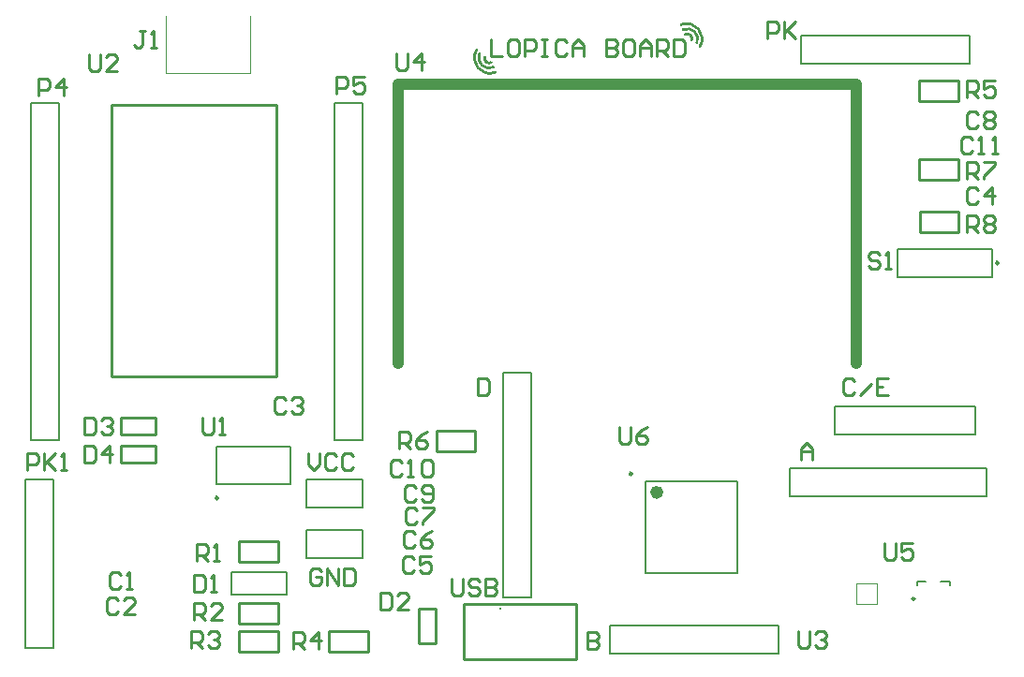
<source format=gto>
%FSLAX44Y44*%
%MOMM*%
G71*
G01*
G75*
G04 Layer_Color=65535*
%ADD10C,0.3810*%
%ADD11C,0.2540*%
%ADD12C,0.6350*%
%ADD13R,1.2700X4.2000*%
%ADD14R,1.3500X4.7000*%
%ADD15R,2.1000X1.6000*%
%ADD16R,0.4000X1.3500*%
%ADD17R,1.9000X1.9000*%
%ADD18R,1.8000X1.9000*%
%ADD19R,0.9000X1.9000*%
%ADD20R,3.2000X1.9000*%
%ADD21R,1.5240X1.0160*%
%ADD22R,1.0160X1.5240*%
%ADD23R,1.1000X1.0000*%
%ADD24R,0.9100X1.2200*%
%ADD25R,0.8000X0.8000*%
%ADD26R,0.8000X0.8000*%
%ADD27R,1.0000X1.3500*%
%ADD28R,0.3700X0.4300*%
%ADD29R,0.3700X0.3000*%
%ADD30R,0.6000X1.6000*%
%ADD31O,1.9000X0.5500*%
%ADD32O,0.5500X1.9000*%
%ADD33C,1.5000*%
%ADD34R,1.5000X1.5000*%
%ADD35R,1.8500X1.8500*%
%ADD36C,1.8500*%
%ADD37R,1.5000X1.5000*%
%ADD38R,1.0000X1.5240*%
%ADD39C,1.7780*%
%ADD40C,1.2700*%
%ADD41C,0.2500*%
%ADD42C,0.6000*%
%ADD43C,0.2500*%
%ADD44R,0.1000X0.1000*%
%ADD45C,0.0500*%
%ADD46C,0.2000*%
%ADD47C,1.0000*%
D11*
X422701Y546795D02*
G03*
X428418Y541948I3935J-1154D01*
G01*
X417889Y549773D02*
G03*
X430289Y537752I8611J-3523D01*
G01*
X415275Y553195D02*
G03*
X432095Y533222I11725J-7195D01*
G01*
X616975Y556305D02*
G03*
X600155Y576278I-11725J7195D01*
G01*
X614361Y559727D02*
G03*
X601961Y571748I-8611J3523D01*
G01*
X609549Y562705D02*
G03*
X603832Y567552I-3935J1154D01*
G01*
X404060Y52740D02*
X505060D01*
Y2240D02*
Y52740D01*
X404060Y2240D02*
X505060D01*
X404060D02*
Y52740D01*
X85320Y258060D02*
X234720D01*
Y503960D01*
X85320D02*
X234720D01*
X85320Y258060D02*
Y503960D01*
X363340Y48140D02*
X378340D01*
X363340Y16890D02*
Y48140D01*
Y16890D02*
X378340D01*
Y48140D01*
X94100Y205860D02*
Y220860D01*
Y205860D02*
X125350D01*
Y220860D01*
X94100D02*
X125350D01*
X94100Y180460D02*
Y195460D01*
Y180460D02*
X125350D01*
Y195460D01*
X94100D02*
X125350D01*
X200700Y109180D02*
X235700D01*
X200700Y90680D02*
Y109180D01*
Y90680D02*
X235700D01*
X200700D02*
Y109180D01*
X235700Y90680D02*
Y109180D01*
X200700Y53300D02*
X235700D01*
X200700Y34800D02*
Y53300D01*
Y34800D02*
X235700D01*
X200700D02*
Y53300D01*
X235700Y34800D02*
Y53300D01*
X200700Y27900D02*
X235700D01*
X200700Y9400D02*
Y27900D01*
Y9400D02*
X235700D01*
X200700D02*
Y27900D01*
X235700Y9400D02*
Y27900D01*
X281980D02*
X316980D01*
X281980Y9400D02*
Y27900D01*
Y9400D02*
X316980D01*
X281980D02*
Y27900D01*
X316980Y9400D02*
Y27900D01*
X815380Y525740D02*
X850380D01*
X815380Y507240D02*
Y525740D01*
Y507240D02*
X850380D01*
X815380D02*
Y525740D01*
X850380Y507240D02*
Y525740D01*
X378980Y190540D02*
X413980D01*
Y209040D01*
X378980D02*
X413980D01*
Y190540D02*
Y209040D01*
X378980Y190540D02*
Y209040D01*
X815380Y454620D02*
X850380D01*
X815380Y436120D02*
Y454620D01*
Y436120D02*
X850380D01*
X815380D02*
Y454620D01*
X850380Y436120D02*
Y454620D01*
X815860Y388660D02*
X850860D01*
Y407160D01*
X815860D02*
X850860D01*
Y388660D02*
Y407160D01*
X815860Y388660D02*
Y407160D01*
X115657Y570235D02*
X110578D01*
X113118D01*
Y557539D01*
X110578Y555000D01*
X108039D01*
X105500Y557539D01*
X120735Y555000D02*
X125813D01*
X123274D01*
Y570235D01*
X120735Y567696D01*
X416560Y256535D02*
Y241300D01*
X424178D01*
X426717Y243839D01*
Y253996D01*
X424178Y256535D01*
X416560D01*
X515500Y26985D02*
Y11750D01*
X523117D01*
X525657Y14289D01*
Y16828D01*
X523117Y19368D01*
X515500D01*
X523117D01*
X525657Y21907D01*
Y24446D01*
X523117Y26985D01*
X515500D01*
X342392Y550159D02*
Y537463D01*
X344931Y534924D01*
X350009D01*
X352549Y537463D01*
Y550159D01*
X365245Y534924D02*
Y550159D01*
X357627Y542542D01*
X367784D01*
X65151Y549524D02*
Y536828D01*
X67690Y534289D01*
X72769D01*
X75308Y536828D01*
Y549524D01*
X90543Y534289D02*
X80386D01*
X90543Y544446D01*
Y546985D01*
X88004Y549524D01*
X82925D01*
X80386Y546985D01*
X93977Y78736D02*
X91438Y81275D01*
X86359D01*
X83820Y78736D01*
Y68579D01*
X86359Y66040D01*
X91438D01*
X93977Y68579D01*
X99055Y66040D02*
X104133D01*
X101594D01*
Y81275D01*
X99055Y78736D01*
X91437Y55876D02*
X88897Y58415D01*
X83819D01*
X81280Y55876D01*
Y45719D01*
X83819Y43180D01*
X88897D01*
X91437Y45719D01*
X106672Y43180D02*
X96515D01*
X106672Y53337D01*
Y55876D01*
X104133Y58415D01*
X99054D01*
X96515Y55876D01*
X868677Y426716D02*
X866137Y429255D01*
X861059D01*
X858520Y426716D01*
Y416559D01*
X861059Y414020D01*
X866137D01*
X868677Y416559D01*
X881373Y414020D02*
Y429255D01*
X873755Y421637D01*
X883912D01*
X359157Y93196D02*
X356618Y95735D01*
X351539D01*
X349000Y93196D01*
Y83039D01*
X351539Y80500D01*
X356618D01*
X359157Y83039D01*
X374392Y95735D02*
X364235D01*
Y88118D01*
X369313Y90657D01*
X371853D01*
X374392Y88118D01*
Y83039D01*
X371853Y80500D01*
X366774D01*
X364235Y83039D01*
X359907Y115696D02*
X357368Y118235D01*
X352289D01*
X349750Y115696D01*
Y105539D01*
X352289Y103000D01*
X357368D01*
X359907Y105539D01*
X375142Y118235D02*
X370063Y115696D01*
X364985Y110618D01*
Y105539D01*
X367524Y103000D01*
X372603D01*
X375142Y105539D01*
Y108078D01*
X372603Y110618D01*
X364985D01*
X361157Y136696D02*
X358618Y139235D01*
X353539D01*
X351000Y136696D01*
Y126539D01*
X353539Y124000D01*
X358618D01*
X361157Y126539D01*
X366235Y139235D02*
X376392D01*
Y136696D01*
X366235Y126539D01*
Y124000D01*
X868677Y495296D02*
X866137Y497835D01*
X861059D01*
X858520Y495296D01*
Y485139D01*
X861059Y482600D01*
X866137D01*
X868677Y485139D01*
X873755Y495296D02*
X876294Y497835D01*
X881373D01*
X883912Y495296D01*
Y492757D01*
X881373Y490218D01*
X883912Y487678D01*
Y485139D01*
X881373Y482600D01*
X876294D01*
X873755Y485139D01*
Y487678D01*
X876294Y490218D01*
X873755Y492757D01*
Y495296D01*
X876294Y490218D02*
X881373D01*
X360677Y157476D02*
X358138Y160015D01*
X353059D01*
X350520Y157476D01*
Y147319D01*
X353059Y144780D01*
X358138D01*
X360677Y147319D01*
X365755D02*
X368294Y144780D01*
X373373D01*
X375912Y147319D01*
Y157476D01*
X373373Y160015D01*
X368294D01*
X365755Y157476D01*
Y154937D01*
X368294Y152397D01*
X375912D01*
X347977Y180336D02*
X345438Y182875D01*
X340359D01*
X337820Y180336D01*
Y170179D01*
X340359Y167640D01*
X345438D01*
X347977Y170179D01*
X353055Y167640D02*
X358133D01*
X355594D01*
Y182875D01*
X353055Y180336D01*
X365751D02*
X368290Y182875D01*
X373368D01*
X375908Y180336D01*
Y170179D01*
X373368Y167640D01*
X368290D01*
X365751Y170179D01*
Y180336D01*
X863597Y472436D02*
X861058Y474975D01*
X855979D01*
X853440Y472436D01*
Y462279D01*
X855979Y459740D01*
X861058D01*
X863597Y462279D01*
X868675Y459740D02*
X873753D01*
X871214D01*
Y474975D01*
X868675Y472436D01*
X881371Y459740D02*
X886449D01*
X883910D01*
Y474975D01*
X881371Y472436D01*
X160020Y78735D02*
Y63500D01*
X167638D01*
X170177Y66039D01*
Y76196D01*
X167638Y78735D01*
X160020D01*
X175255Y63500D02*
X180333D01*
X177794D01*
Y78735D01*
X175255Y76196D01*
X328250Y62735D02*
Y47500D01*
X335868D01*
X338407Y50039D01*
Y60196D01*
X335868Y62735D01*
X328250D01*
X353642Y47500D02*
X343485D01*
X353642Y57657D01*
Y60196D01*
X351103Y62735D01*
X346024D01*
X343485Y60196D01*
X60960Y220975D02*
Y205740D01*
X68577D01*
X71117Y208279D01*
Y218436D01*
X68577Y220975D01*
X60960D01*
X76195Y218436D02*
X78734Y220975D01*
X83813D01*
X86352Y218436D01*
Y215897D01*
X83813Y213358D01*
X81273D01*
X83813D01*
X86352Y210818D01*
Y208279D01*
X83813Y205740D01*
X78734D01*
X76195Y208279D01*
X60960Y195575D02*
Y180340D01*
X68577D01*
X71117Y182879D01*
Y193036D01*
X68577Y195575D01*
X60960D01*
X83813Y180340D02*
Y195575D01*
X76195Y187957D01*
X86352D01*
X9144Y173736D02*
Y188971D01*
X16761D01*
X19301Y186432D01*
Y181353D01*
X16761Y178814D01*
X9144D01*
X24379Y188971D02*
Y173736D01*
Y178814D01*
X34536Y188971D01*
X26918Y181353D01*
X34536Y173736D01*
X39614D02*
X44693D01*
X42153D01*
Y188971D01*
X39614Y186432D01*
X708660Y182880D02*
Y193037D01*
X713738Y198115D01*
X718817Y193037D01*
Y182880D01*
Y190497D01*
X708660D01*
X19580Y512500D02*
Y527735D01*
X27197D01*
X29737Y525196D01*
Y520117D01*
X27197Y517578D01*
X19580D01*
X42433Y512500D02*
Y527735D01*
X34815Y520117D01*
X44972D01*
X288544Y514096D02*
Y529331D01*
X296161D01*
X298701Y526792D01*
Y521713D01*
X296161Y519174D01*
X288544D01*
X313936Y529331D02*
X303779D01*
Y521713D01*
X308857Y524253D01*
X311397D01*
X313936Y521713D01*
Y516635D01*
X311397Y514096D01*
X306318D01*
X303779Y516635D01*
X756917Y253996D02*
X754378Y256535D01*
X749299D01*
X746760Y253996D01*
Y243839D01*
X749299Y241300D01*
X754378D01*
X756917Y243839D01*
X761995Y241300D02*
X772152Y251457D01*
X787387Y256535D02*
X777230D01*
Y241300D01*
X787387D01*
X777230Y248918D02*
X782309D01*
X392750Y75235D02*
Y62539D01*
X395289Y60000D01*
X400368D01*
X402907Y62539D01*
Y75235D01*
X418142Y72696D02*
X415603Y75235D01*
X410524D01*
X407985Y72696D01*
Y70157D01*
X410524Y67618D01*
X415603D01*
X418142Y65078D01*
Y62539D01*
X415603Y60000D01*
X410524D01*
X407985Y62539D01*
X423220Y75235D02*
Y60000D01*
X430838D01*
X433377Y62539D01*
Y65078D01*
X430838Y67618D01*
X423220D01*
X430838D01*
X433377Y70157D01*
Y72696D01*
X430838Y75235D01*
X423220D01*
X678180Y563880D02*
Y579115D01*
X685798D01*
X688337Y576576D01*
Y571497D01*
X685798Y568958D01*
X678180D01*
X693415Y579115D02*
Y563880D01*
Y568958D01*
X703572Y579115D01*
X695954Y571497D01*
X703572Y563880D01*
X162560Y91440D02*
Y106675D01*
X170177D01*
X172717Y104136D01*
Y99058D01*
X170177Y96518D01*
X162560D01*
X167638D02*
X172717Y91440D01*
X177795D02*
X182873D01*
X180334D01*
Y106675D01*
X177795Y104136D01*
X160020Y38100D02*
Y53335D01*
X167638D01*
X170177Y50796D01*
Y45718D01*
X167638Y43178D01*
X160020D01*
X165098D02*
X170177Y38100D01*
X185412D02*
X175255D01*
X185412Y48257D01*
Y50796D01*
X182873Y53335D01*
X177794D01*
X175255Y50796D01*
X157480Y12700D02*
Y27935D01*
X165098D01*
X167637Y25396D01*
Y20317D01*
X165098Y17778D01*
X157480D01*
X162558D02*
X167637Y12700D01*
X172715Y25396D02*
X175254Y27935D01*
X180333D01*
X182872Y25396D01*
Y22857D01*
X180333Y20317D01*
X177793D01*
X180333D01*
X182872Y17778D01*
Y15239D01*
X180333Y12700D01*
X175254D01*
X172715Y15239D01*
X249500Y11750D02*
Y26985D01*
X257118D01*
X259657Y24446D01*
Y19368D01*
X257118Y16828D01*
X249500D01*
X254578D02*
X259657Y11750D01*
X272353D02*
Y26985D01*
X264735Y19368D01*
X274892D01*
X858520Y510540D02*
Y525775D01*
X866137D01*
X868677Y523236D01*
Y518158D01*
X866137Y515618D01*
X858520D01*
X863598D02*
X868677Y510540D01*
X883912Y525775D02*
X873755D01*
Y518158D01*
X878833Y520697D01*
X881373D01*
X883912Y518158D01*
Y513079D01*
X881373Y510540D01*
X876294D01*
X873755Y513079D01*
X345440Y193040D02*
Y208275D01*
X353058D01*
X355597Y205736D01*
Y200658D01*
X353058Y198118D01*
X345440D01*
X350518D02*
X355597Y193040D01*
X370832Y208275D02*
X365753Y205736D01*
X360675Y200658D01*
Y195579D01*
X363214Y193040D01*
X368293D01*
X370832Y195579D01*
Y198118D01*
X368293Y200658D01*
X360675D01*
X858520Y436880D02*
Y452115D01*
X866137D01*
X868677Y449576D01*
Y444497D01*
X866137Y441958D01*
X858520D01*
X863598D02*
X868677Y436880D01*
X873755Y452115D02*
X883912D01*
Y449576D01*
X873755Y439419D01*
Y436880D01*
X858520Y388620D02*
Y403855D01*
X866137D01*
X868677Y401316D01*
Y396237D01*
X866137Y393698D01*
X858520D01*
X863598D02*
X868677Y388620D01*
X873755Y401316D02*
X876294Y403855D01*
X881373D01*
X883912Y401316D01*
Y398777D01*
X881373Y396237D01*
X883912Y393698D01*
Y391159D01*
X881373Y388620D01*
X876294D01*
X873755Y391159D01*
Y393698D01*
X876294Y396237D01*
X873755Y398777D01*
Y401316D01*
X876294Y396237D02*
X881373D01*
X779777Y368296D02*
X777237Y370835D01*
X772159D01*
X769620Y368296D01*
Y365757D01*
X772159Y363218D01*
X777237D01*
X779777Y360678D01*
Y358139D01*
X777237Y355600D01*
X772159D01*
X769620Y358139D01*
X784855Y355600D02*
X789933D01*
X787394D01*
Y370835D01*
X784855Y368296D01*
X167640Y220975D02*
Y208279D01*
X170179Y205740D01*
X175257D01*
X177797Y208279D01*
Y220975D01*
X182875Y205740D02*
X187953D01*
X185414D01*
Y220975D01*
X182875Y218436D01*
X706000Y27735D02*
Y15039D01*
X708539Y12500D01*
X713617D01*
X716157Y15039D01*
Y27735D01*
X721235Y25196D02*
X723774Y27735D01*
X728853D01*
X731392Y25196D01*
Y22657D01*
X728853Y20117D01*
X726313D01*
X728853D01*
X731392Y17578D01*
Y15039D01*
X728853Y12500D01*
X723774D01*
X721235Y15039D01*
X783500Y107735D02*
Y95039D01*
X786039Y92500D01*
X791117D01*
X793657Y95039D01*
Y107735D01*
X808892D02*
X798735D01*
Y100118D01*
X803813Y102657D01*
X806353D01*
X808892Y100118D01*
Y95039D01*
X806353Y92500D01*
X801274D01*
X798735Y95039D01*
X544576Y212339D02*
Y199643D01*
X547115Y197104D01*
X552193D01*
X554733Y199643D01*
Y212339D01*
X569968D02*
X564889Y209800D01*
X559811Y204722D01*
Y199643D01*
X562350Y197104D01*
X567429D01*
X569968Y199643D01*
Y202182D01*
X567429Y204722D01*
X559811D01*
X242567Y237232D02*
X240028Y239771D01*
X234949D01*
X232410Y237232D01*
Y227075D01*
X234949Y224536D01*
X240028D01*
X242567Y227075D01*
X247645Y237232D02*
X250184Y239771D01*
X255263D01*
X257802Y237232D01*
Y234693D01*
X255263Y232153D01*
X252723D01*
X255263D01*
X257802Y229614D01*
Y227075D01*
X255263Y224536D01*
X250184D01*
X247645Y227075D01*
X263144Y188971D02*
Y178814D01*
X268222Y173736D01*
X273301Y178814D01*
Y188971D01*
X288536Y186432D02*
X285997Y188971D01*
X280918D01*
X278379Y186432D01*
Y176275D01*
X280918Y173736D01*
X285997D01*
X288536Y176275D01*
X303771Y186432D02*
X301232Y188971D01*
X296153D01*
X293614Y186432D01*
Y176275D01*
X296153Y173736D01*
X301232D01*
X303771Y176275D01*
X275079Y81784D02*
X272540Y84323D01*
X267461D01*
X264922Y81784D01*
Y71627D01*
X267461Y69088D01*
X272540D01*
X275079Y71627D01*
Y76705D01*
X270000D01*
X280157Y69088D02*
Y84323D01*
X290314Y69088D01*
Y84323D01*
X295392D02*
Y69088D01*
X303010D01*
X305549Y71627D01*
Y81784D01*
X303010Y84323D01*
X295392D01*
X428250Y562985D02*
Y547750D01*
X438407D01*
X451103Y562985D02*
X446024D01*
X443485Y560446D01*
Y550289D01*
X446024Y547750D01*
X451103D01*
X453642Y550289D01*
Y560446D01*
X451103Y562985D01*
X458720Y547750D02*
Y562985D01*
X466338D01*
X468877Y560446D01*
Y555368D01*
X466338Y552828D01*
X458720D01*
X473955Y562985D02*
X479034D01*
X476494D01*
Y547750D01*
X473955D01*
X479034D01*
X496808Y560446D02*
X494269Y562985D01*
X489190D01*
X486651Y560446D01*
Y550289D01*
X489190Y547750D01*
X494269D01*
X496808Y550289D01*
X501886Y547750D02*
Y557907D01*
X506964Y562985D01*
X512043Y557907D01*
Y547750D01*
Y555368D01*
X501886D01*
X532356Y562985D02*
Y547750D01*
X539974D01*
X542513Y550289D01*
Y552828D01*
X539974Y555368D01*
X532356D01*
X539974D01*
X542513Y557907D01*
Y560446D01*
X539974Y562985D01*
X532356D01*
X555209D02*
X550131D01*
X547591Y560446D01*
Y550289D01*
X550131Y547750D01*
X555209D01*
X557748Y550289D01*
Y560446D01*
X555209Y562985D01*
X562826Y547750D02*
Y557907D01*
X567905Y562985D01*
X572983Y557907D01*
Y547750D01*
Y555368D01*
X562826D01*
X578062Y547750D02*
Y562985D01*
X585679D01*
X588218Y560446D01*
Y555368D01*
X585679Y552828D01*
X578062D01*
X583140D02*
X588218Y547750D01*
X593297Y562985D02*
Y547750D01*
X600914D01*
X603453Y550289D01*
Y560446D01*
X600914Y562985D01*
X593297D01*
D41*
X181610Y148300D02*
G03*
X181610Y148300I-1250J0D01*
G01*
X887060Y360690D02*
G03*
X887060Y360690I-1250J0D01*
G01*
X811290Y57040D02*
G03*
X811290Y57040I-1250J0D01*
G01*
X555850Y170170D02*
G03*
X555850Y170170I-1250J0D01*
G01*
D42*
X581100Y153420D02*
G03*
X581100Y153420I-3000J0D01*
G01*
D43*
X437060Y48490D02*
D03*
D44*
X766250Y64130D02*
D03*
X769000D02*
D03*
D45*
X134653Y532550D02*
Y583800D01*
Y532550D02*
X210903D01*
Y583800D01*
X758250Y52130D02*
Y70880D01*
X777000D01*
Y52130D02*
Y70880D01*
X758250Y52130D02*
X777000D01*
D46*
X38100Y200660D02*
Y486410D01*
Y505460D01*
X12700D02*
X38100D01*
X12700Y200660D02*
Y505460D01*
Y200660D02*
X38100D01*
X179860Y160800D02*
X246860D01*
X179860Y194800D02*
X246860D01*
X179860Y160800D02*
Y194800D01*
X246860Y160800D02*
Y194800D01*
X795400Y347980D02*
X881000D01*
X795400D02*
Y373380D01*
X881000D01*
Y347980D02*
Y373380D01*
X698500Y175260D02*
X876300D01*
X698500Y149860D02*
Y175260D01*
Y149860D02*
X876300D01*
Y175260D01*
X688340Y7620D02*
Y33020D01*
X535940Y7620D02*
Y33020D01*
X688340D01*
X535940Y7620D02*
X688340D01*
X439420Y58420D02*
X464820D01*
X439420D02*
Y261620D01*
X464820D01*
Y58420D02*
Y261620D01*
X193640Y71120D02*
Y81120D01*
X243240D01*
Y61120D02*
Y81120D01*
X193640Y61120D02*
X243240D01*
X193640D02*
Y71120D01*
X7620Y165100D02*
X33020D01*
X7620Y12700D02*
X33020D01*
X7620D02*
Y165100D01*
X33020Y12700D02*
Y165100D01*
X312420Y200660D02*
Y486410D01*
Y505460D01*
X287020D02*
X312420D01*
X287020Y200660D02*
Y505460D01*
Y200660D02*
X312420D01*
X739140Y205740D02*
Y231140D01*
X866140D01*
X739140Y205740D02*
X866140D01*
Y231140D01*
X708660Y541020D02*
Y566420D01*
X861060Y541020D02*
Y566420D01*
X708660Y541020D02*
X861060D01*
X708660Y566420D02*
X861060D01*
X835040Y73040D02*
X843040D01*
Y69040D02*
Y73040D01*
X813040D02*
X821040D01*
X813040Y69040D02*
Y73040D01*
X568100Y80420D02*
Y163420D01*
X651100Y80420D02*
Y163420D01*
X568100D02*
X651100D01*
X568100Y80420D02*
X651100D01*
X261620Y165100D02*
X312420D01*
X261620Y139700D02*
Y165100D01*
Y139700D02*
X312420D01*
Y165100D01*
X261620Y119380D02*
X312420D01*
X261620Y93980D02*
Y119380D01*
Y93980D02*
X312420D01*
Y119380D01*
D47*
X344800Y522400D02*
X758800D01*
Y270400D02*
Y522400D01*
X344800Y270400D02*
Y279400D01*
Y522400D01*
M02*

</source>
